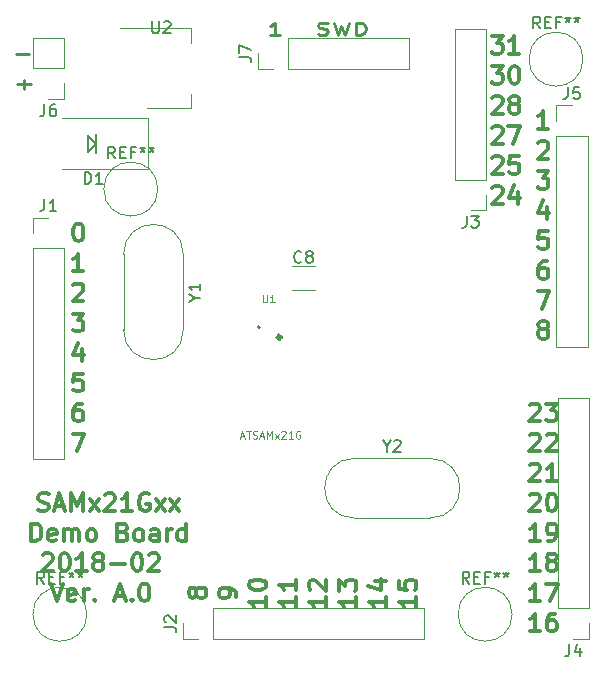
<source format=gto>
G04 #@! TF.FileFunction,Legend,Top*
%FSLAX46Y46*%
G04 Gerber Fmt 4.6, Leading zero omitted, Abs format (unit mm)*
G04 Created by KiCad (PCBNEW 4.0.6) date 02/19/18 18:11:23*
%MOMM*%
%LPD*%
G01*
G04 APERTURE LIST*
%ADD10C,0.100000*%
%ADD11C,0.200000*%
%ADD12C,0.300000*%
%ADD13C,0.250000*%
%ADD14C,0.120000*%
%ADD15C,0.170000*%
%ADD16C,0.400000*%
%ADD17C,0.150000*%
%ADD18C,0.050000*%
G04 APERTURE END LIST*
D10*
D11*
X117066060Y-70340220D02*
X117066060Y-71930260D01*
X117066060Y-71153020D02*
X116380260Y-70467220D01*
X116357400Y-71861680D02*
X117066060Y-71153020D01*
X116357400Y-70398640D02*
X116357400Y-71861680D01*
D12*
X112546430Y-105996429D02*
X112617859Y-105925000D01*
X112760716Y-105853571D01*
X113117859Y-105853571D01*
X113260716Y-105925000D01*
X113332145Y-105996429D01*
X113403573Y-106139286D01*
X113403573Y-106282143D01*
X113332145Y-106496429D01*
X112475002Y-107353571D01*
X113403573Y-107353571D01*
X114332144Y-105853571D02*
X114475001Y-105853571D01*
X114617858Y-105925000D01*
X114689287Y-105996429D01*
X114760716Y-106139286D01*
X114832144Y-106425000D01*
X114832144Y-106782143D01*
X114760716Y-107067857D01*
X114689287Y-107210714D01*
X114617858Y-107282143D01*
X114475001Y-107353571D01*
X114332144Y-107353571D01*
X114189287Y-107282143D01*
X114117858Y-107210714D01*
X114046430Y-107067857D01*
X113975001Y-106782143D01*
X113975001Y-106425000D01*
X114046430Y-106139286D01*
X114117858Y-105996429D01*
X114189287Y-105925000D01*
X114332144Y-105853571D01*
X116260715Y-107353571D02*
X115403572Y-107353571D01*
X115832144Y-107353571D02*
X115832144Y-105853571D01*
X115689287Y-106067857D01*
X115546429Y-106210714D01*
X115403572Y-106282143D01*
X117117858Y-106496429D02*
X116975000Y-106425000D01*
X116903572Y-106353571D01*
X116832143Y-106210714D01*
X116832143Y-106139286D01*
X116903572Y-105996429D01*
X116975000Y-105925000D01*
X117117858Y-105853571D01*
X117403572Y-105853571D01*
X117546429Y-105925000D01*
X117617858Y-105996429D01*
X117689286Y-106139286D01*
X117689286Y-106210714D01*
X117617858Y-106353571D01*
X117546429Y-106425000D01*
X117403572Y-106496429D01*
X117117858Y-106496429D01*
X116975000Y-106567857D01*
X116903572Y-106639286D01*
X116832143Y-106782143D01*
X116832143Y-107067857D01*
X116903572Y-107210714D01*
X116975000Y-107282143D01*
X117117858Y-107353571D01*
X117403572Y-107353571D01*
X117546429Y-107282143D01*
X117617858Y-107210714D01*
X117689286Y-107067857D01*
X117689286Y-106782143D01*
X117617858Y-106639286D01*
X117546429Y-106567857D01*
X117403572Y-106496429D01*
X118332143Y-106782143D02*
X119475000Y-106782143D01*
X120475000Y-105853571D02*
X120617857Y-105853571D01*
X120760714Y-105925000D01*
X120832143Y-105996429D01*
X120903572Y-106139286D01*
X120975000Y-106425000D01*
X120975000Y-106782143D01*
X120903572Y-107067857D01*
X120832143Y-107210714D01*
X120760714Y-107282143D01*
X120617857Y-107353571D01*
X120475000Y-107353571D01*
X120332143Y-107282143D01*
X120260714Y-107210714D01*
X120189286Y-107067857D01*
X120117857Y-106782143D01*
X120117857Y-106425000D01*
X120189286Y-106139286D01*
X120260714Y-105996429D01*
X120332143Y-105925000D01*
X120475000Y-105853571D01*
X121546428Y-105996429D02*
X121617857Y-105925000D01*
X121760714Y-105853571D01*
X122117857Y-105853571D01*
X122260714Y-105925000D01*
X122332143Y-105996429D01*
X122403571Y-106139286D01*
X122403571Y-106282143D01*
X122332143Y-106496429D01*
X121475000Y-107353571D01*
X122403571Y-107353571D01*
X113225001Y-108403571D02*
X113725001Y-109903571D01*
X114225001Y-108403571D01*
X115296429Y-109832143D02*
X115153572Y-109903571D01*
X114867858Y-109903571D01*
X114725001Y-109832143D01*
X114653572Y-109689286D01*
X114653572Y-109117857D01*
X114725001Y-108975000D01*
X114867858Y-108903571D01*
X115153572Y-108903571D01*
X115296429Y-108975000D01*
X115367858Y-109117857D01*
X115367858Y-109260714D01*
X114653572Y-109403571D01*
X116010715Y-109903571D02*
X116010715Y-108903571D01*
X116010715Y-109189286D02*
X116082143Y-109046429D01*
X116153572Y-108975000D01*
X116296429Y-108903571D01*
X116439286Y-108903571D01*
X116939286Y-109760714D02*
X117010714Y-109832143D01*
X116939286Y-109903571D01*
X116867857Y-109832143D01*
X116939286Y-109760714D01*
X116939286Y-109903571D01*
X118725000Y-109475000D02*
X119439286Y-109475000D01*
X118582143Y-109903571D02*
X119082143Y-108403571D01*
X119582143Y-109903571D01*
X120082143Y-109760714D02*
X120153571Y-109832143D01*
X120082143Y-109903571D01*
X120010714Y-109832143D01*
X120082143Y-109760714D01*
X120082143Y-109903571D01*
X121082143Y-108403571D02*
X121225000Y-108403571D01*
X121367857Y-108475000D01*
X121439286Y-108546429D01*
X121510715Y-108689286D01*
X121582143Y-108975000D01*
X121582143Y-109332143D01*
X121510715Y-109617857D01*
X121439286Y-109760714D01*
X121367857Y-109832143D01*
X121225000Y-109903571D01*
X121082143Y-109903571D01*
X120939286Y-109832143D01*
X120867857Y-109760714D01*
X120796429Y-109617857D01*
X120725000Y-109332143D01*
X120725000Y-108975000D01*
X120796429Y-108689286D01*
X120867857Y-108546429D01*
X120939286Y-108475000D01*
X121082143Y-108403571D01*
X150550715Y-62043571D02*
X151479286Y-62043571D01*
X150979286Y-62615000D01*
X151193572Y-62615000D01*
X151336429Y-62686429D01*
X151407858Y-62757857D01*
X151479286Y-62900714D01*
X151479286Y-63257857D01*
X151407858Y-63400714D01*
X151336429Y-63472143D01*
X151193572Y-63543571D01*
X150765000Y-63543571D01*
X150622143Y-63472143D01*
X150550715Y-63400714D01*
X152907857Y-63543571D02*
X152050714Y-63543571D01*
X152479286Y-63543571D02*
X152479286Y-62043571D01*
X152336429Y-62257857D01*
X152193571Y-62400714D01*
X152050714Y-62472143D01*
X150550715Y-64583571D02*
X151479286Y-64583571D01*
X150979286Y-65155000D01*
X151193572Y-65155000D01*
X151336429Y-65226429D01*
X151407858Y-65297857D01*
X151479286Y-65440714D01*
X151479286Y-65797857D01*
X151407858Y-65940714D01*
X151336429Y-66012143D01*
X151193572Y-66083571D01*
X150765000Y-66083571D01*
X150622143Y-66012143D01*
X150550715Y-65940714D01*
X152407857Y-64583571D02*
X152550714Y-64583571D01*
X152693571Y-64655000D01*
X152765000Y-64726429D01*
X152836429Y-64869286D01*
X152907857Y-65155000D01*
X152907857Y-65512143D01*
X152836429Y-65797857D01*
X152765000Y-65940714D01*
X152693571Y-66012143D01*
X152550714Y-66083571D01*
X152407857Y-66083571D01*
X152265000Y-66012143D01*
X152193571Y-65940714D01*
X152122143Y-65797857D01*
X152050714Y-65512143D01*
X152050714Y-65155000D01*
X152122143Y-64869286D01*
X152193571Y-64726429D01*
X152265000Y-64655000D01*
X152407857Y-64583571D01*
X150622143Y-67266429D02*
X150693572Y-67195000D01*
X150836429Y-67123571D01*
X151193572Y-67123571D01*
X151336429Y-67195000D01*
X151407858Y-67266429D01*
X151479286Y-67409286D01*
X151479286Y-67552143D01*
X151407858Y-67766429D01*
X150550715Y-68623571D01*
X151479286Y-68623571D01*
X152336429Y-67766429D02*
X152193571Y-67695000D01*
X152122143Y-67623571D01*
X152050714Y-67480714D01*
X152050714Y-67409286D01*
X152122143Y-67266429D01*
X152193571Y-67195000D01*
X152336429Y-67123571D01*
X152622143Y-67123571D01*
X152765000Y-67195000D01*
X152836429Y-67266429D01*
X152907857Y-67409286D01*
X152907857Y-67480714D01*
X152836429Y-67623571D01*
X152765000Y-67695000D01*
X152622143Y-67766429D01*
X152336429Y-67766429D01*
X152193571Y-67837857D01*
X152122143Y-67909286D01*
X152050714Y-68052143D01*
X152050714Y-68337857D01*
X152122143Y-68480714D01*
X152193571Y-68552143D01*
X152336429Y-68623571D01*
X152622143Y-68623571D01*
X152765000Y-68552143D01*
X152836429Y-68480714D01*
X152907857Y-68337857D01*
X152907857Y-68052143D01*
X152836429Y-67909286D01*
X152765000Y-67837857D01*
X152622143Y-67766429D01*
X150622143Y-69806429D02*
X150693572Y-69735000D01*
X150836429Y-69663571D01*
X151193572Y-69663571D01*
X151336429Y-69735000D01*
X151407858Y-69806429D01*
X151479286Y-69949286D01*
X151479286Y-70092143D01*
X151407858Y-70306429D01*
X150550715Y-71163571D01*
X151479286Y-71163571D01*
X151979286Y-69663571D02*
X152979286Y-69663571D01*
X152336429Y-71163571D01*
X150622143Y-72346429D02*
X150693572Y-72275000D01*
X150836429Y-72203571D01*
X151193572Y-72203571D01*
X151336429Y-72275000D01*
X151407858Y-72346429D01*
X151479286Y-72489286D01*
X151479286Y-72632143D01*
X151407858Y-72846429D01*
X150550715Y-73703571D01*
X151479286Y-73703571D01*
X152836429Y-72203571D02*
X152122143Y-72203571D01*
X152050714Y-72917857D01*
X152122143Y-72846429D01*
X152265000Y-72775000D01*
X152622143Y-72775000D01*
X152765000Y-72846429D01*
X152836429Y-72917857D01*
X152907857Y-73060714D01*
X152907857Y-73417857D01*
X152836429Y-73560714D01*
X152765000Y-73632143D01*
X152622143Y-73703571D01*
X152265000Y-73703571D01*
X152122143Y-73632143D01*
X152050714Y-73560714D01*
X150622143Y-74886429D02*
X150693572Y-74815000D01*
X150836429Y-74743571D01*
X151193572Y-74743571D01*
X151336429Y-74815000D01*
X151407858Y-74886429D01*
X151479286Y-75029286D01*
X151479286Y-75172143D01*
X151407858Y-75386429D01*
X150550715Y-76243571D01*
X151479286Y-76243571D01*
X152765000Y-75243571D02*
X152765000Y-76243571D01*
X152407857Y-74672143D02*
X152050714Y-75743571D01*
X152979286Y-75743571D01*
X112181429Y-102202143D02*
X112395715Y-102273571D01*
X112752858Y-102273571D01*
X112895715Y-102202143D01*
X112967144Y-102130714D01*
X113038572Y-101987857D01*
X113038572Y-101845000D01*
X112967144Y-101702143D01*
X112895715Y-101630714D01*
X112752858Y-101559286D01*
X112467144Y-101487857D01*
X112324286Y-101416429D01*
X112252858Y-101345000D01*
X112181429Y-101202143D01*
X112181429Y-101059286D01*
X112252858Y-100916429D01*
X112324286Y-100845000D01*
X112467144Y-100773571D01*
X112824286Y-100773571D01*
X113038572Y-100845000D01*
X113610000Y-101845000D02*
X114324286Y-101845000D01*
X113467143Y-102273571D02*
X113967143Y-100773571D01*
X114467143Y-102273571D01*
X114967143Y-102273571D02*
X114967143Y-100773571D01*
X115467143Y-101845000D01*
X115967143Y-100773571D01*
X115967143Y-102273571D01*
X116538572Y-102273571D02*
X117324286Y-101273571D01*
X116538572Y-101273571D02*
X117324286Y-102273571D01*
X117824286Y-100916429D02*
X117895715Y-100845000D01*
X118038572Y-100773571D01*
X118395715Y-100773571D01*
X118538572Y-100845000D01*
X118610001Y-100916429D01*
X118681429Y-101059286D01*
X118681429Y-101202143D01*
X118610001Y-101416429D01*
X117752858Y-102273571D01*
X118681429Y-102273571D01*
X120110000Y-102273571D02*
X119252857Y-102273571D01*
X119681429Y-102273571D02*
X119681429Y-100773571D01*
X119538572Y-100987857D01*
X119395714Y-101130714D01*
X119252857Y-101202143D01*
X121538571Y-100845000D02*
X121395714Y-100773571D01*
X121181428Y-100773571D01*
X120967143Y-100845000D01*
X120824285Y-100987857D01*
X120752857Y-101130714D01*
X120681428Y-101416429D01*
X120681428Y-101630714D01*
X120752857Y-101916429D01*
X120824285Y-102059286D01*
X120967143Y-102202143D01*
X121181428Y-102273571D01*
X121324285Y-102273571D01*
X121538571Y-102202143D01*
X121610000Y-102130714D01*
X121610000Y-101630714D01*
X121324285Y-101630714D01*
X122110000Y-102273571D02*
X122895714Y-101273571D01*
X122110000Y-101273571D02*
X122895714Y-102273571D01*
X123324286Y-102273571D02*
X124110000Y-101273571D01*
X123324286Y-101273571D02*
X124110000Y-102273571D01*
X111574286Y-104823571D02*
X111574286Y-103323571D01*
X111931429Y-103323571D01*
X112145714Y-103395000D01*
X112288572Y-103537857D01*
X112360000Y-103680714D01*
X112431429Y-103966429D01*
X112431429Y-104180714D01*
X112360000Y-104466429D01*
X112288572Y-104609286D01*
X112145714Y-104752143D01*
X111931429Y-104823571D01*
X111574286Y-104823571D01*
X113645714Y-104752143D02*
X113502857Y-104823571D01*
X113217143Y-104823571D01*
X113074286Y-104752143D01*
X113002857Y-104609286D01*
X113002857Y-104037857D01*
X113074286Y-103895000D01*
X113217143Y-103823571D01*
X113502857Y-103823571D01*
X113645714Y-103895000D01*
X113717143Y-104037857D01*
X113717143Y-104180714D01*
X113002857Y-104323571D01*
X114360000Y-104823571D02*
X114360000Y-103823571D01*
X114360000Y-103966429D02*
X114431428Y-103895000D01*
X114574286Y-103823571D01*
X114788571Y-103823571D01*
X114931428Y-103895000D01*
X115002857Y-104037857D01*
X115002857Y-104823571D01*
X115002857Y-104037857D02*
X115074286Y-103895000D01*
X115217143Y-103823571D01*
X115431428Y-103823571D01*
X115574286Y-103895000D01*
X115645714Y-104037857D01*
X115645714Y-104823571D01*
X116574286Y-104823571D02*
X116431428Y-104752143D01*
X116360000Y-104680714D01*
X116288571Y-104537857D01*
X116288571Y-104109286D01*
X116360000Y-103966429D01*
X116431428Y-103895000D01*
X116574286Y-103823571D01*
X116788571Y-103823571D01*
X116931428Y-103895000D01*
X117002857Y-103966429D01*
X117074286Y-104109286D01*
X117074286Y-104537857D01*
X117002857Y-104680714D01*
X116931428Y-104752143D01*
X116788571Y-104823571D01*
X116574286Y-104823571D01*
X119360000Y-104037857D02*
X119574286Y-104109286D01*
X119645714Y-104180714D01*
X119717143Y-104323571D01*
X119717143Y-104537857D01*
X119645714Y-104680714D01*
X119574286Y-104752143D01*
X119431428Y-104823571D01*
X118860000Y-104823571D01*
X118860000Y-103323571D01*
X119360000Y-103323571D01*
X119502857Y-103395000D01*
X119574286Y-103466429D01*
X119645714Y-103609286D01*
X119645714Y-103752143D01*
X119574286Y-103895000D01*
X119502857Y-103966429D01*
X119360000Y-104037857D01*
X118860000Y-104037857D01*
X120574286Y-104823571D02*
X120431428Y-104752143D01*
X120360000Y-104680714D01*
X120288571Y-104537857D01*
X120288571Y-104109286D01*
X120360000Y-103966429D01*
X120431428Y-103895000D01*
X120574286Y-103823571D01*
X120788571Y-103823571D01*
X120931428Y-103895000D01*
X121002857Y-103966429D01*
X121074286Y-104109286D01*
X121074286Y-104537857D01*
X121002857Y-104680714D01*
X120931428Y-104752143D01*
X120788571Y-104823571D01*
X120574286Y-104823571D01*
X122360000Y-104823571D02*
X122360000Y-104037857D01*
X122288571Y-103895000D01*
X122145714Y-103823571D01*
X121860000Y-103823571D01*
X121717143Y-103895000D01*
X122360000Y-104752143D02*
X122217143Y-104823571D01*
X121860000Y-104823571D01*
X121717143Y-104752143D01*
X121645714Y-104609286D01*
X121645714Y-104466429D01*
X121717143Y-104323571D01*
X121860000Y-104252143D01*
X122217143Y-104252143D01*
X122360000Y-104180714D01*
X123074286Y-104823571D02*
X123074286Y-103823571D01*
X123074286Y-104109286D02*
X123145714Y-103966429D01*
X123217143Y-103895000D01*
X123360000Y-103823571D01*
X123502857Y-103823571D01*
X124645714Y-104823571D02*
X124645714Y-103323571D01*
X124645714Y-104752143D02*
X124502857Y-104823571D01*
X124217143Y-104823571D01*
X124074285Y-104752143D01*
X124002857Y-104680714D01*
X123931428Y-104537857D01*
X123931428Y-104109286D01*
X124002857Y-103966429D01*
X124074285Y-103895000D01*
X124217143Y-103823571D01*
X124502857Y-103823571D01*
X124645714Y-103895000D01*
X155368572Y-69893571D02*
X154511429Y-69893571D01*
X154940001Y-69893571D02*
X154940001Y-68393571D01*
X154797144Y-68607857D01*
X154654286Y-68750714D01*
X154511429Y-68822143D01*
X154511429Y-71076429D02*
X154582858Y-71005000D01*
X154725715Y-70933571D01*
X155082858Y-70933571D01*
X155225715Y-71005000D01*
X155297144Y-71076429D01*
X155368572Y-71219286D01*
X155368572Y-71362143D01*
X155297144Y-71576429D01*
X154440001Y-72433571D01*
X155368572Y-72433571D01*
X154440001Y-73473571D02*
X155368572Y-73473571D01*
X154868572Y-74045000D01*
X155082858Y-74045000D01*
X155225715Y-74116429D01*
X155297144Y-74187857D01*
X155368572Y-74330714D01*
X155368572Y-74687857D01*
X155297144Y-74830714D01*
X155225715Y-74902143D01*
X155082858Y-74973571D01*
X154654286Y-74973571D01*
X154511429Y-74902143D01*
X154440001Y-74830714D01*
X155225715Y-76513571D02*
X155225715Y-77513571D01*
X154868572Y-75942143D02*
X154511429Y-77013571D01*
X155440001Y-77013571D01*
X155297144Y-78553571D02*
X154582858Y-78553571D01*
X154511429Y-79267857D01*
X154582858Y-79196429D01*
X154725715Y-79125000D01*
X155082858Y-79125000D01*
X155225715Y-79196429D01*
X155297144Y-79267857D01*
X155368572Y-79410714D01*
X155368572Y-79767857D01*
X155297144Y-79910714D01*
X155225715Y-79982143D01*
X155082858Y-80053571D01*
X154725715Y-80053571D01*
X154582858Y-79982143D01*
X154511429Y-79910714D01*
X155225715Y-81093571D02*
X154940001Y-81093571D01*
X154797144Y-81165000D01*
X154725715Y-81236429D01*
X154582858Y-81450714D01*
X154511429Y-81736429D01*
X154511429Y-82307857D01*
X154582858Y-82450714D01*
X154654286Y-82522143D01*
X154797144Y-82593571D01*
X155082858Y-82593571D01*
X155225715Y-82522143D01*
X155297144Y-82450714D01*
X155368572Y-82307857D01*
X155368572Y-81950714D01*
X155297144Y-81807857D01*
X155225715Y-81736429D01*
X155082858Y-81665000D01*
X154797144Y-81665000D01*
X154654286Y-81736429D01*
X154582858Y-81807857D01*
X154511429Y-81950714D01*
X154440001Y-83633571D02*
X155440001Y-83633571D01*
X154797144Y-85133571D01*
X115498572Y-77918571D02*
X115641429Y-77918571D01*
X115784286Y-77990000D01*
X115855715Y-78061429D01*
X115927144Y-78204286D01*
X115998572Y-78490000D01*
X115998572Y-78847143D01*
X115927144Y-79132857D01*
X115855715Y-79275714D01*
X115784286Y-79347143D01*
X115641429Y-79418571D01*
X115498572Y-79418571D01*
X115355715Y-79347143D01*
X115284286Y-79275714D01*
X115212858Y-79132857D01*
X115141429Y-78847143D01*
X115141429Y-78490000D01*
X115212858Y-78204286D01*
X115284286Y-78061429D01*
X115355715Y-77990000D01*
X115498572Y-77918571D01*
X115998572Y-81958571D02*
X115141429Y-81958571D01*
X115570001Y-81958571D02*
X115570001Y-80458571D01*
X115427144Y-80672857D01*
X115284286Y-80815714D01*
X115141429Y-80887143D01*
X115141429Y-83141429D02*
X115212858Y-83070000D01*
X115355715Y-82998571D01*
X115712858Y-82998571D01*
X115855715Y-83070000D01*
X115927144Y-83141429D01*
X115998572Y-83284286D01*
X115998572Y-83427143D01*
X115927144Y-83641429D01*
X115070001Y-84498571D01*
X115998572Y-84498571D01*
X115070001Y-85538571D02*
X115998572Y-85538571D01*
X115498572Y-86110000D01*
X115712858Y-86110000D01*
X115855715Y-86181429D01*
X115927144Y-86252857D01*
X115998572Y-86395714D01*
X115998572Y-86752857D01*
X115927144Y-86895714D01*
X115855715Y-86967143D01*
X115712858Y-87038571D01*
X115284286Y-87038571D01*
X115141429Y-86967143D01*
X115070001Y-86895714D01*
X115855715Y-88578571D02*
X115855715Y-89578571D01*
X115498572Y-88007143D02*
X115141429Y-89078571D01*
X116070001Y-89078571D01*
X115927144Y-90618571D02*
X115212858Y-90618571D01*
X115141429Y-91332857D01*
X115212858Y-91261429D01*
X115355715Y-91190000D01*
X115712858Y-91190000D01*
X115855715Y-91261429D01*
X115927144Y-91332857D01*
X115998572Y-91475714D01*
X115998572Y-91832857D01*
X115927144Y-91975714D01*
X115855715Y-92047143D01*
X115712858Y-92118571D01*
X115355715Y-92118571D01*
X115212858Y-92047143D01*
X115141429Y-91975714D01*
X115855715Y-93158571D02*
X115570001Y-93158571D01*
X115427144Y-93230000D01*
X115355715Y-93301429D01*
X115212858Y-93515714D01*
X115141429Y-93801429D01*
X115141429Y-94372857D01*
X115212858Y-94515714D01*
X115284286Y-94587143D01*
X115427144Y-94658571D01*
X115712858Y-94658571D01*
X115855715Y-94587143D01*
X115927144Y-94515714D01*
X115998572Y-94372857D01*
X115998572Y-94015714D01*
X115927144Y-93872857D01*
X115855715Y-93801429D01*
X115712858Y-93730000D01*
X115427144Y-93730000D01*
X115284286Y-93801429D01*
X115212858Y-93872857D01*
X115141429Y-94015714D01*
X115070001Y-95698571D02*
X116070001Y-95698571D01*
X115427144Y-97198571D01*
X144188571Y-109505714D02*
X144188571Y-110362857D01*
X144188571Y-109934285D02*
X142688571Y-109934285D01*
X142902857Y-110077142D01*
X143045714Y-110220000D01*
X143117143Y-110362857D01*
X142688571Y-108148571D02*
X142688571Y-108862857D01*
X143402857Y-108934286D01*
X143331429Y-108862857D01*
X143260000Y-108720000D01*
X143260000Y-108362857D01*
X143331429Y-108220000D01*
X143402857Y-108148571D01*
X143545714Y-108077143D01*
X143902857Y-108077143D01*
X144045714Y-108148571D01*
X144117143Y-108220000D01*
X144188571Y-108362857D01*
X144188571Y-108720000D01*
X144117143Y-108862857D01*
X144045714Y-108934286D01*
X141648571Y-109505714D02*
X141648571Y-110362857D01*
X141648571Y-109934285D02*
X140148571Y-109934285D01*
X140362857Y-110077142D01*
X140505714Y-110220000D01*
X140577143Y-110362857D01*
X140648571Y-108220000D02*
X141648571Y-108220000D01*
X140077143Y-108577143D02*
X141148571Y-108934286D01*
X141148571Y-108005714D01*
X139108571Y-109505714D02*
X139108571Y-110362857D01*
X139108571Y-109934285D02*
X137608571Y-109934285D01*
X137822857Y-110077142D01*
X137965714Y-110220000D01*
X138037143Y-110362857D01*
X137608571Y-109005714D02*
X137608571Y-108077143D01*
X138180000Y-108577143D01*
X138180000Y-108362857D01*
X138251429Y-108220000D01*
X138322857Y-108148571D01*
X138465714Y-108077143D01*
X138822857Y-108077143D01*
X138965714Y-108148571D01*
X139037143Y-108220000D01*
X139108571Y-108362857D01*
X139108571Y-108791429D01*
X139037143Y-108934286D01*
X138965714Y-109005714D01*
X136568571Y-109505714D02*
X136568571Y-110362857D01*
X136568571Y-109934285D02*
X135068571Y-109934285D01*
X135282857Y-110077142D01*
X135425714Y-110220000D01*
X135497143Y-110362857D01*
X135211429Y-108934286D02*
X135140000Y-108862857D01*
X135068571Y-108720000D01*
X135068571Y-108362857D01*
X135140000Y-108220000D01*
X135211429Y-108148571D01*
X135354286Y-108077143D01*
X135497143Y-108077143D01*
X135711429Y-108148571D01*
X136568571Y-109005714D01*
X136568571Y-108077143D01*
X134028571Y-109505714D02*
X134028571Y-110362857D01*
X134028571Y-109934285D02*
X132528571Y-109934285D01*
X132742857Y-110077142D01*
X132885714Y-110220000D01*
X132957143Y-110362857D01*
X134028571Y-108077143D02*
X134028571Y-108934286D01*
X134028571Y-108505714D02*
X132528571Y-108505714D01*
X132742857Y-108648571D01*
X132885714Y-108791429D01*
X132957143Y-108934286D01*
X131488571Y-109505714D02*
X131488571Y-110362857D01*
X131488571Y-109934285D02*
X129988571Y-109934285D01*
X130202857Y-110077142D01*
X130345714Y-110220000D01*
X130417143Y-110362857D01*
X129988571Y-108577143D02*
X129988571Y-108434286D01*
X130060000Y-108291429D01*
X130131429Y-108220000D01*
X130274286Y-108148571D01*
X130560000Y-108077143D01*
X130917143Y-108077143D01*
X131202857Y-108148571D01*
X131345714Y-108220000D01*
X131417143Y-108291429D01*
X131488571Y-108434286D01*
X131488571Y-108577143D01*
X131417143Y-108720000D01*
X131345714Y-108791429D01*
X131202857Y-108862857D01*
X130917143Y-108934286D01*
X130560000Y-108934286D01*
X130274286Y-108862857D01*
X130131429Y-108791429D01*
X130060000Y-108720000D01*
X129988571Y-108577143D01*
X128948571Y-109505714D02*
X128948571Y-109219999D01*
X128877143Y-109077142D01*
X128805714Y-109005714D01*
X128591429Y-108862856D01*
X128305714Y-108791428D01*
X127734286Y-108791428D01*
X127591429Y-108862856D01*
X127520000Y-108934285D01*
X127448571Y-109077142D01*
X127448571Y-109362856D01*
X127520000Y-109505714D01*
X127591429Y-109577142D01*
X127734286Y-109648571D01*
X128091429Y-109648571D01*
X128234286Y-109577142D01*
X128305714Y-109505714D01*
X128377143Y-109362856D01*
X128377143Y-109077142D01*
X128305714Y-108934285D01*
X128234286Y-108862856D01*
X128091429Y-108791428D01*
X125551429Y-109312056D02*
X125480000Y-109454914D01*
X125408571Y-109526342D01*
X125265714Y-109597771D01*
X125194286Y-109597771D01*
X125051429Y-109526342D01*
X124980000Y-109454914D01*
X124908571Y-109312056D01*
X124908571Y-109026342D01*
X124980000Y-108883485D01*
X125051429Y-108812056D01*
X125194286Y-108740628D01*
X125265714Y-108740628D01*
X125408571Y-108812056D01*
X125480000Y-108883485D01*
X125551429Y-109026342D01*
X125551429Y-109312056D01*
X125622857Y-109454914D01*
X125694286Y-109526342D01*
X125837143Y-109597771D01*
X126122857Y-109597771D01*
X126265714Y-109526342D01*
X126337143Y-109454914D01*
X126408571Y-109312056D01*
X126408571Y-109026342D01*
X126337143Y-108883485D01*
X126265714Y-108812056D01*
X126122857Y-108740628D01*
X125837143Y-108740628D01*
X125694286Y-108812056D01*
X125622857Y-108883485D01*
X125551429Y-109026342D01*
D13*
X110274172Y-63571429D02*
X111417029Y-63571429D01*
X110375772Y-66111429D02*
X111518629Y-66111429D01*
X110947200Y-66492381D02*
X110947200Y-65730476D01*
X132610172Y-61920381D02*
X131753029Y-61920381D01*
X132181601Y-61920381D02*
X132181601Y-60920381D01*
X132038744Y-61063238D01*
X131895886Y-61158476D01*
X131753029Y-61206095D01*
X135835486Y-61872762D02*
X136049772Y-61920381D01*
X136406915Y-61920381D01*
X136549772Y-61872762D01*
X136621201Y-61825143D01*
X136692629Y-61729905D01*
X136692629Y-61634667D01*
X136621201Y-61539429D01*
X136549772Y-61491810D01*
X136406915Y-61444190D01*
X136121201Y-61396571D01*
X135978343Y-61348952D01*
X135906915Y-61301333D01*
X135835486Y-61206095D01*
X135835486Y-61110857D01*
X135906915Y-61015619D01*
X135978343Y-60968000D01*
X136121201Y-60920381D01*
X136478343Y-60920381D01*
X136692629Y-60968000D01*
X137192629Y-60920381D02*
X137549772Y-61920381D01*
X137835486Y-61206095D01*
X138121200Y-61920381D01*
X138478343Y-60920381D01*
X139049772Y-61920381D02*
X139049772Y-60920381D01*
X139406915Y-60920381D01*
X139621200Y-60968000D01*
X139764058Y-61063238D01*
X139835486Y-61158476D01*
X139906915Y-61348952D01*
X139906915Y-61491810D01*
X139835486Y-61682286D01*
X139764058Y-61777524D01*
X139621200Y-61872762D01*
X139406915Y-61920381D01*
X139049772Y-61920381D01*
D12*
X154797144Y-86816429D02*
X154654286Y-86745000D01*
X154582858Y-86673571D01*
X154511429Y-86530714D01*
X154511429Y-86459286D01*
X154582858Y-86316429D01*
X154654286Y-86245000D01*
X154797144Y-86173571D01*
X155082858Y-86173571D01*
X155225715Y-86245000D01*
X155297144Y-86316429D01*
X155368572Y-86459286D01*
X155368572Y-86530714D01*
X155297144Y-86673571D01*
X155225715Y-86745000D01*
X155082858Y-86816429D01*
X154797144Y-86816429D01*
X154654286Y-86887857D01*
X154582858Y-86959286D01*
X154511429Y-87102143D01*
X154511429Y-87387857D01*
X154582858Y-87530714D01*
X154654286Y-87602143D01*
X154797144Y-87673571D01*
X155082858Y-87673571D01*
X155225715Y-87602143D01*
X155297144Y-87530714D01*
X155368572Y-87387857D01*
X155368572Y-87102143D01*
X155297144Y-86959286D01*
X155225715Y-86887857D01*
X155082858Y-86816429D01*
X153797143Y-93301429D02*
X153868572Y-93230000D01*
X154011429Y-93158571D01*
X154368572Y-93158571D01*
X154511429Y-93230000D01*
X154582858Y-93301429D01*
X154654286Y-93444286D01*
X154654286Y-93587143D01*
X154582858Y-93801429D01*
X153725715Y-94658571D01*
X154654286Y-94658571D01*
X155154286Y-93158571D02*
X156082857Y-93158571D01*
X155582857Y-93730000D01*
X155797143Y-93730000D01*
X155940000Y-93801429D01*
X156011429Y-93872857D01*
X156082857Y-94015714D01*
X156082857Y-94372857D01*
X156011429Y-94515714D01*
X155940000Y-94587143D01*
X155797143Y-94658571D01*
X155368571Y-94658571D01*
X155225714Y-94587143D01*
X155154286Y-94515714D01*
X153797143Y-95841429D02*
X153868572Y-95770000D01*
X154011429Y-95698571D01*
X154368572Y-95698571D01*
X154511429Y-95770000D01*
X154582858Y-95841429D01*
X154654286Y-95984286D01*
X154654286Y-96127143D01*
X154582858Y-96341429D01*
X153725715Y-97198571D01*
X154654286Y-97198571D01*
X155225714Y-95841429D02*
X155297143Y-95770000D01*
X155440000Y-95698571D01*
X155797143Y-95698571D01*
X155940000Y-95770000D01*
X156011429Y-95841429D01*
X156082857Y-95984286D01*
X156082857Y-96127143D01*
X156011429Y-96341429D01*
X155154286Y-97198571D01*
X156082857Y-97198571D01*
X153797143Y-98381429D02*
X153868572Y-98310000D01*
X154011429Y-98238571D01*
X154368572Y-98238571D01*
X154511429Y-98310000D01*
X154582858Y-98381429D01*
X154654286Y-98524286D01*
X154654286Y-98667143D01*
X154582858Y-98881429D01*
X153725715Y-99738571D01*
X154654286Y-99738571D01*
X156082857Y-99738571D02*
X155225714Y-99738571D01*
X155654286Y-99738571D02*
X155654286Y-98238571D01*
X155511429Y-98452857D01*
X155368571Y-98595714D01*
X155225714Y-98667143D01*
X153797143Y-100921429D02*
X153868572Y-100850000D01*
X154011429Y-100778571D01*
X154368572Y-100778571D01*
X154511429Y-100850000D01*
X154582858Y-100921429D01*
X154654286Y-101064286D01*
X154654286Y-101207143D01*
X154582858Y-101421429D01*
X153725715Y-102278571D01*
X154654286Y-102278571D01*
X155582857Y-100778571D02*
X155725714Y-100778571D01*
X155868571Y-100850000D01*
X155940000Y-100921429D01*
X156011429Y-101064286D01*
X156082857Y-101350000D01*
X156082857Y-101707143D01*
X156011429Y-101992857D01*
X155940000Y-102135714D01*
X155868571Y-102207143D01*
X155725714Y-102278571D01*
X155582857Y-102278571D01*
X155440000Y-102207143D01*
X155368571Y-102135714D01*
X155297143Y-101992857D01*
X155225714Y-101707143D01*
X155225714Y-101350000D01*
X155297143Y-101064286D01*
X155368571Y-100921429D01*
X155440000Y-100850000D01*
X155582857Y-100778571D01*
X154654286Y-104818571D02*
X153797143Y-104818571D01*
X154225715Y-104818571D02*
X154225715Y-103318571D01*
X154082858Y-103532857D01*
X153940000Y-103675714D01*
X153797143Y-103747143D01*
X155368571Y-104818571D02*
X155654286Y-104818571D01*
X155797143Y-104747143D01*
X155868571Y-104675714D01*
X156011429Y-104461429D01*
X156082857Y-104175714D01*
X156082857Y-103604286D01*
X156011429Y-103461429D01*
X155940000Y-103390000D01*
X155797143Y-103318571D01*
X155511429Y-103318571D01*
X155368571Y-103390000D01*
X155297143Y-103461429D01*
X155225714Y-103604286D01*
X155225714Y-103961429D01*
X155297143Y-104104286D01*
X155368571Y-104175714D01*
X155511429Y-104247143D01*
X155797143Y-104247143D01*
X155940000Y-104175714D01*
X156011429Y-104104286D01*
X156082857Y-103961429D01*
X154654286Y-107358571D02*
X153797143Y-107358571D01*
X154225715Y-107358571D02*
X154225715Y-105858571D01*
X154082858Y-106072857D01*
X153940000Y-106215714D01*
X153797143Y-106287143D01*
X155511429Y-106501429D02*
X155368571Y-106430000D01*
X155297143Y-106358571D01*
X155225714Y-106215714D01*
X155225714Y-106144286D01*
X155297143Y-106001429D01*
X155368571Y-105930000D01*
X155511429Y-105858571D01*
X155797143Y-105858571D01*
X155940000Y-105930000D01*
X156011429Y-106001429D01*
X156082857Y-106144286D01*
X156082857Y-106215714D01*
X156011429Y-106358571D01*
X155940000Y-106430000D01*
X155797143Y-106501429D01*
X155511429Y-106501429D01*
X155368571Y-106572857D01*
X155297143Y-106644286D01*
X155225714Y-106787143D01*
X155225714Y-107072857D01*
X155297143Y-107215714D01*
X155368571Y-107287143D01*
X155511429Y-107358571D01*
X155797143Y-107358571D01*
X155940000Y-107287143D01*
X156011429Y-107215714D01*
X156082857Y-107072857D01*
X156082857Y-106787143D01*
X156011429Y-106644286D01*
X155940000Y-106572857D01*
X155797143Y-106501429D01*
X154654286Y-109898571D02*
X153797143Y-109898571D01*
X154225715Y-109898571D02*
X154225715Y-108398571D01*
X154082858Y-108612857D01*
X153940000Y-108755714D01*
X153797143Y-108827143D01*
X155154286Y-108398571D02*
X156154286Y-108398571D01*
X155511429Y-109898571D01*
X154654286Y-112438571D02*
X153797143Y-112438571D01*
X154225715Y-112438571D02*
X154225715Y-110938571D01*
X154082858Y-111152857D01*
X153940000Y-111295714D01*
X153797143Y-111367143D01*
X155940000Y-110938571D02*
X155654286Y-110938571D01*
X155511429Y-111010000D01*
X155440000Y-111081429D01*
X155297143Y-111295714D01*
X155225714Y-111581429D01*
X155225714Y-112152857D01*
X155297143Y-112295714D01*
X155368571Y-112367143D01*
X155511429Y-112438571D01*
X155797143Y-112438571D01*
X155940000Y-112367143D01*
X156011429Y-112295714D01*
X156082857Y-112152857D01*
X156082857Y-111795714D01*
X156011429Y-111652857D01*
X155940000Y-111581429D01*
X155797143Y-111510000D01*
X155511429Y-111510000D01*
X155368571Y-111581429D01*
X155297143Y-111652857D01*
X155225714Y-111795714D01*
D14*
X158286000Y-64000000D02*
G75*
G03X158286000Y-64000000I-2286000J0D01*
G01*
X121440000Y-73270000D02*
X121440000Y-68970000D01*
X121440000Y-68970000D02*
X114140000Y-68970000D01*
X121440000Y-73270000D02*
X114140000Y-73270000D01*
X125100000Y-68180000D02*
X125100000Y-66920000D01*
X125100000Y-61360000D02*
X125100000Y-62620000D01*
X121340000Y-68180000D02*
X125100000Y-68180000D01*
X119090000Y-61360000D02*
X125100000Y-61360000D01*
X135620000Y-81530000D02*
X133620000Y-81530000D01*
X133620000Y-83570000D02*
X135620000Y-83570000D01*
X114360000Y-62170000D02*
X111700000Y-62170000D01*
X114360000Y-64770000D02*
X114360000Y-62170000D01*
X111700000Y-64770000D02*
X111700000Y-62170000D01*
X114360000Y-64770000D02*
X111700000Y-64770000D01*
X114360000Y-66040000D02*
X114360000Y-67370000D01*
X114360000Y-67370000D02*
X113030000Y-67370000D01*
D15*
X130930000Y-86717000D02*
G75*
G03X130930000Y-86717000I-100000J0D01*
G01*
D16*
X132684000Y-87542000D02*
G75*
G03X132684000Y-87542000I-127000J0D01*
G01*
D14*
X124445000Y-80520000D02*
X124445000Y-86920000D01*
X119395000Y-80520000D02*
X119395000Y-86920000D01*
X119395000Y-80520000D02*
G75*
G02X124445000Y-80520000I2525000J0D01*
G01*
X119395000Y-86920000D02*
G75*
G03X124445000Y-86920000I2525000J0D01*
G01*
X138940000Y-97805000D02*
X145340000Y-97805000D01*
X138940000Y-102855000D02*
X145340000Y-102855000D01*
X138940000Y-102855000D02*
G75*
G02X138940000Y-97805000I0J2525000D01*
G01*
X145340000Y-102855000D02*
G75*
G03X145340000Y-97805000I0J2525000D01*
G01*
X111700000Y-97850000D02*
X114360000Y-97850000D01*
X111700000Y-80010000D02*
X111700000Y-97850000D01*
X114360000Y-80010000D02*
X114360000Y-97850000D01*
X111700000Y-80010000D02*
X114360000Y-80010000D01*
X111700000Y-78740000D02*
X111700000Y-77410000D01*
X111700000Y-77410000D02*
X113030000Y-77410000D01*
X144840000Y-113090000D02*
X144840000Y-110430000D01*
X127000000Y-113090000D02*
X144840000Y-113090000D01*
X127000000Y-110430000D02*
X144840000Y-110430000D01*
X127000000Y-113090000D02*
X127000000Y-110430000D01*
X125730000Y-113090000D02*
X124400000Y-113090000D01*
X124400000Y-113090000D02*
X124400000Y-111760000D01*
X150110500Y-61446100D02*
X147450500Y-61446100D01*
X150110500Y-74206100D02*
X150110500Y-61446100D01*
X147450500Y-74206100D02*
X147450500Y-61446100D01*
X150110500Y-74206100D02*
X147450500Y-74206100D01*
X150110500Y-75476100D02*
X150110500Y-76806100D01*
X150110500Y-76806100D02*
X148780500Y-76806100D01*
X158810000Y-92650000D02*
X156150000Y-92650000D01*
X158810000Y-110490000D02*
X158810000Y-92650000D01*
X156150000Y-110490000D02*
X156150000Y-92650000D01*
X158810000Y-110490000D02*
X156150000Y-110490000D01*
X158810000Y-111760000D02*
X158810000Y-113090000D01*
X158810000Y-113090000D02*
X157480000Y-113090000D01*
X156023000Y-88363100D02*
X158683000Y-88363100D01*
X156023000Y-70523100D02*
X156023000Y-88363100D01*
X158683000Y-70523100D02*
X158683000Y-88363100D01*
X156023000Y-70523100D02*
X158683000Y-70523100D01*
X156023000Y-69253100D02*
X156023000Y-67923100D01*
X156023000Y-67923100D02*
X157353000Y-67923100D01*
X143570000Y-64830000D02*
X143570000Y-62170000D01*
X133350000Y-64830000D02*
X143570000Y-64830000D01*
X133350000Y-62170000D02*
X143570000Y-62170000D01*
X133350000Y-64830000D02*
X133350000Y-62170000D01*
X132080000Y-64830000D02*
X130750000Y-64830000D01*
X130750000Y-64830000D02*
X130750000Y-63500000D01*
X116286000Y-111000000D02*
G75*
G03X116286000Y-111000000I-2286000J0D01*
G01*
X152286000Y-111000000D02*
G75*
G03X152286000Y-111000000I-2286000J0D01*
G01*
X122286000Y-75000000D02*
G75*
G03X122286000Y-75000000I-2286000J0D01*
G01*
D17*
X154666667Y-61404381D02*
X154333333Y-60928190D01*
X154095238Y-61404381D02*
X154095238Y-60404381D01*
X154476191Y-60404381D01*
X154571429Y-60452000D01*
X154619048Y-60499619D01*
X154666667Y-60594857D01*
X154666667Y-60737714D01*
X154619048Y-60832952D01*
X154571429Y-60880571D01*
X154476191Y-60928190D01*
X154095238Y-60928190D01*
X155095238Y-60880571D02*
X155428572Y-60880571D01*
X155571429Y-61404381D02*
X155095238Y-61404381D01*
X155095238Y-60404381D01*
X155571429Y-60404381D01*
X156333334Y-60880571D02*
X156000000Y-60880571D01*
X156000000Y-61404381D02*
X156000000Y-60404381D01*
X156476191Y-60404381D01*
X157000000Y-60404381D02*
X157000000Y-60642476D01*
X156761905Y-60547238D02*
X157000000Y-60642476D01*
X157238096Y-60547238D01*
X156857143Y-60832952D02*
X157000000Y-60642476D01*
X157142858Y-60832952D01*
X157761905Y-60404381D02*
X157761905Y-60642476D01*
X157523810Y-60547238D02*
X157761905Y-60642476D01*
X158000001Y-60547238D01*
X157619048Y-60832952D02*
X157761905Y-60642476D01*
X157904763Y-60832952D01*
X116101905Y-74572381D02*
X116101905Y-73572381D01*
X116340000Y-73572381D01*
X116482858Y-73620000D01*
X116578096Y-73715238D01*
X116625715Y-73810476D01*
X116673334Y-74000952D01*
X116673334Y-74143810D01*
X116625715Y-74334286D01*
X116578096Y-74429524D01*
X116482858Y-74524762D01*
X116340000Y-74572381D01*
X116101905Y-74572381D01*
X117625715Y-74572381D02*
X117054286Y-74572381D01*
X117340000Y-74572381D02*
X117340000Y-73572381D01*
X117244762Y-73715238D01*
X117149524Y-73810476D01*
X117054286Y-73858095D01*
X121803255Y-60798461D02*
X121803255Y-61607985D01*
X121850874Y-61703223D01*
X121898493Y-61750842D01*
X121993731Y-61798461D01*
X122184208Y-61798461D01*
X122279446Y-61750842D01*
X122327065Y-61703223D01*
X122374684Y-61607985D01*
X122374684Y-60798461D01*
X122803255Y-60893699D02*
X122850874Y-60846080D01*
X122946112Y-60798461D01*
X123184208Y-60798461D01*
X123279446Y-60846080D01*
X123327065Y-60893699D01*
X123374684Y-60988937D01*
X123374684Y-61084175D01*
X123327065Y-61227032D01*
X122755636Y-61798461D01*
X123374684Y-61798461D01*
X134453334Y-81157143D02*
X134405715Y-81204762D01*
X134262858Y-81252381D01*
X134167620Y-81252381D01*
X134024762Y-81204762D01*
X133929524Y-81109524D01*
X133881905Y-81014286D01*
X133834286Y-80823810D01*
X133834286Y-80680952D01*
X133881905Y-80490476D01*
X133929524Y-80395238D01*
X134024762Y-80300000D01*
X134167620Y-80252381D01*
X134262858Y-80252381D01*
X134405715Y-80300000D01*
X134453334Y-80347619D01*
X135024762Y-80680952D02*
X134929524Y-80633333D01*
X134881905Y-80585714D01*
X134834286Y-80490476D01*
X134834286Y-80442857D01*
X134881905Y-80347619D01*
X134929524Y-80300000D01*
X135024762Y-80252381D01*
X135215239Y-80252381D01*
X135310477Y-80300000D01*
X135358096Y-80347619D01*
X135405715Y-80442857D01*
X135405715Y-80490476D01*
X135358096Y-80585714D01*
X135310477Y-80633333D01*
X135215239Y-80680952D01*
X135024762Y-80680952D01*
X134929524Y-80728571D01*
X134881905Y-80776190D01*
X134834286Y-80871429D01*
X134834286Y-81061905D01*
X134881905Y-81157143D01*
X134929524Y-81204762D01*
X135024762Y-81252381D01*
X135215239Y-81252381D01*
X135310477Y-81204762D01*
X135358096Y-81157143D01*
X135405715Y-81061905D01*
X135405715Y-80871429D01*
X135358096Y-80776190D01*
X135310477Y-80728571D01*
X135215239Y-80680952D01*
X112696667Y-67822381D02*
X112696667Y-68536667D01*
X112649047Y-68679524D01*
X112553809Y-68774762D01*
X112410952Y-68822381D01*
X112315714Y-68822381D01*
X113601429Y-67822381D02*
X113410952Y-67822381D01*
X113315714Y-67870000D01*
X113268095Y-67917619D01*
X113172857Y-68060476D01*
X113125238Y-68250952D01*
X113125238Y-68631905D01*
X113172857Y-68727143D01*
X113220476Y-68774762D01*
X113315714Y-68822381D01*
X113506191Y-68822381D01*
X113601429Y-68774762D01*
X113649048Y-68727143D01*
X113696667Y-68631905D01*
X113696667Y-68393810D01*
X113649048Y-68298571D01*
X113601429Y-68250952D01*
X113506191Y-68203333D01*
X113315714Y-68203333D01*
X113220476Y-68250952D01*
X113172857Y-68298571D01*
X113125238Y-68393810D01*
D18*
X131172003Y-83953532D02*
X131172003Y-84472709D01*
X131202543Y-84533789D01*
X131233083Y-84564328D01*
X131294162Y-84594868D01*
X131416322Y-84594868D01*
X131477401Y-84564328D01*
X131507941Y-84533789D01*
X131538481Y-84472709D01*
X131538481Y-83953532D01*
X132179817Y-84594868D02*
X131813339Y-84594868D01*
X131996578Y-84594868D02*
X131996578Y-83953532D01*
X131935498Y-84045152D01*
X131874419Y-84106231D01*
X131813339Y-84136771D01*
X129302311Y-95946965D02*
X129607725Y-95946965D01*
X129241228Y-96130214D02*
X129455018Y-95488844D01*
X129668808Y-96130214D01*
X129790974Y-95488844D02*
X130157471Y-95488844D01*
X129974222Y-96130214D02*
X129974222Y-95488844D01*
X130340720Y-96099672D02*
X130432344Y-96130214D01*
X130585051Y-96130214D01*
X130646134Y-96099672D01*
X130676675Y-96069131D01*
X130707217Y-96008048D01*
X130707217Y-95946965D01*
X130676675Y-95885882D01*
X130646134Y-95855341D01*
X130585051Y-95824799D01*
X130462885Y-95794258D01*
X130401803Y-95763716D01*
X130371261Y-95733175D01*
X130340720Y-95672092D01*
X130340720Y-95611009D01*
X130371261Y-95549926D01*
X130401803Y-95519385D01*
X130462885Y-95488844D01*
X130615593Y-95488844D01*
X130707217Y-95519385D01*
X130951549Y-95946965D02*
X131256963Y-95946965D01*
X130890466Y-96130214D02*
X131104256Y-95488844D01*
X131318046Y-96130214D01*
X131531836Y-96130214D02*
X131531836Y-95488844D01*
X131745626Y-95946965D01*
X131959416Y-95488844D01*
X131959416Y-96130214D01*
X132203747Y-96130214D02*
X132539703Y-95702634D01*
X132203747Y-95702634D02*
X132539703Y-96130214D01*
X132753493Y-95549926D02*
X132784034Y-95519385D01*
X132845117Y-95488844D01*
X132997824Y-95488844D01*
X133058907Y-95519385D01*
X133089448Y-95549926D01*
X133119990Y-95611009D01*
X133119990Y-95672092D01*
X133089448Y-95763716D01*
X132722951Y-96130214D01*
X133119990Y-96130214D01*
X133730819Y-96130214D02*
X133364322Y-96130214D01*
X133547570Y-96130214D02*
X133547570Y-95488844D01*
X133486487Y-95580468D01*
X133425405Y-95641551D01*
X133364322Y-95672092D01*
X134341648Y-95519385D02*
X134280565Y-95488844D01*
X134188941Y-95488844D01*
X134097316Y-95519385D01*
X134036234Y-95580468D01*
X134005692Y-95641551D01*
X133975151Y-95763716D01*
X133975151Y-95855341D01*
X134005692Y-95977506D01*
X134036234Y-96038589D01*
X134097316Y-96099672D01*
X134188941Y-96130214D01*
X134250024Y-96130214D01*
X134341648Y-96099672D01*
X134372189Y-96069131D01*
X134372189Y-95855341D01*
X134250024Y-95855341D01*
D17*
X125421190Y-84196191D02*
X125897381Y-84196191D01*
X124897381Y-84529524D02*
X125421190Y-84196191D01*
X124897381Y-83862857D01*
X125897381Y-83005714D02*
X125897381Y-83577143D01*
X125897381Y-83291429D02*
X124897381Y-83291429D01*
X125040238Y-83386667D01*
X125135476Y-83481905D01*
X125183095Y-83577143D01*
X141663809Y-96781190D02*
X141663809Y-97257381D01*
X141330476Y-96257381D02*
X141663809Y-96781190D01*
X141997143Y-96257381D01*
X142282857Y-96352619D02*
X142330476Y-96305000D01*
X142425714Y-96257381D01*
X142663810Y-96257381D01*
X142759048Y-96305000D01*
X142806667Y-96352619D01*
X142854286Y-96447857D01*
X142854286Y-96543095D01*
X142806667Y-96685952D01*
X142235238Y-97257381D01*
X142854286Y-97257381D01*
X112696667Y-75862381D02*
X112696667Y-76576667D01*
X112649047Y-76719524D01*
X112553809Y-76814762D01*
X112410952Y-76862381D01*
X112315714Y-76862381D01*
X113696667Y-76862381D02*
X113125238Y-76862381D01*
X113410952Y-76862381D02*
X113410952Y-75862381D01*
X113315714Y-76005238D01*
X113220476Y-76100476D01*
X113125238Y-76148095D01*
X122852381Y-112093333D02*
X123566667Y-112093333D01*
X123709524Y-112140953D01*
X123804762Y-112236191D01*
X123852381Y-112379048D01*
X123852381Y-112474286D01*
X122947619Y-111664762D02*
X122900000Y-111617143D01*
X122852381Y-111521905D01*
X122852381Y-111283809D01*
X122900000Y-111188571D01*
X122947619Y-111140952D01*
X123042857Y-111093333D01*
X123138095Y-111093333D01*
X123280952Y-111140952D01*
X123852381Y-111712381D01*
X123852381Y-111093333D01*
X148447167Y-77258481D02*
X148447167Y-77972767D01*
X148399547Y-78115624D01*
X148304309Y-78210862D01*
X148161452Y-78258481D01*
X148066214Y-78258481D01*
X148828119Y-77258481D02*
X149447167Y-77258481D01*
X149113833Y-77639433D01*
X149256691Y-77639433D01*
X149351929Y-77687052D01*
X149399548Y-77734671D01*
X149447167Y-77829910D01*
X149447167Y-78068005D01*
X149399548Y-78163243D01*
X149351929Y-78210862D01*
X149256691Y-78258481D01*
X148970976Y-78258481D01*
X148875738Y-78210862D01*
X148828119Y-78163243D01*
X157146667Y-113542381D02*
X157146667Y-114256667D01*
X157099047Y-114399524D01*
X157003809Y-114494762D01*
X156860952Y-114542381D01*
X156765714Y-114542381D01*
X158051429Y-113875714D02*
X158051429Y-114542381D01*
X157813333Y-113494762D02*
X157575238Y-114209048D01*
X158194286Y-114209048D01*
X157019667Y-66375481D02*
X157019667Y-67089767D01*
X156972047Y-67232624D01*
X156876809Y-67327862D01*
X156733952Y-67375481D01*
X156638714Y-67375481D01*
X157972048Y-66375481D02*
X157495857Y-66375481D01*
X157448238Y-66851671D01*
X157495857Y-66804052D01*
X157591095Y-66756433D01*
X157829191Y-66756433D01*
X157924429Y-66804052D01*
X157972048Y-66851671D01*
X158019667Y-66946910D01*
X158019667Y-67185005D01*
X157972048Y-67280243D01*
X157924429Y-67327862D01*
X157829191Y-67375481D01*
X157591095Y-67375481D01*
X157495857Y-67327862D01*
X157448238Y-67280243D01*
X129202381Y-63833333D02*
X129916667Y-63833333D01*
X130059524Y-63880953D01*
X130154762Y-63976191D01*
X130202381Y-64119048D01*
X130202381Y-64214286D01*
X129202381Y-63452381D02*
X129202381Y-62785714D01*
X130202381Y-63214286D01*
X112666667Y-108404381D02*
X112333333Y-107928190D01*
X112095238Y-108404381D02*
X112095238Y-107404381D01*
X112476191Y-107404381D01*
X112571429Y-107452000D01*
X112619048Y-107499619D01*
X112666667Y-107594857D01*
X112666667Y-107737714D01*
X112619048Y-107832952D01*
X112571429Y-107880571D01*
X112476191Y-107928190D01*
X112095238Y-107928190D01*
X113095238Y-107880571D02*
X113428572Y-107880571D01*
X113571429Y-108404381D02*
X113095238Y-108404381D01*
X113095238Y-107404381D01*
X113571429Y-107404381D01*
X114333334Y-107880571D02*
X114000000Y-107880571D01*
X114000000Y-108404381D02*
X114000000Y-107404381D01*
X114476191Y-107404381D01*
X115000000Y-107404381D02*
X115000000Y-107642476D01*
X114761905Y-107547238D02*
X115000000Y-107642476D01*
X115238096Y-107547238D01*
X114857143Y-107832952D02*
X115000000Y-107642476D01*
X115142858Y-107832952D01*
X115761905Y-107404381D02*
X115761905Y-107642476D01*
X115523810Y-107547238D02*
X115761905Y-107642476D01*
X116000001Y-107547238D01*
X115619048Y-107832952D02*
X115761905Y-107642476D01*
X115904763Y-107832952D01*
X148666667Y-108404381D02*
X148333333Y-107928190D01*
X148095238Y-108404381D02*
X148095238Y-107404381D01*
X148476191Y-107404381D01*
X148571429Y-107452000D01*
X148619048Y-107499619D01*
X148666667Y-107594857D01*
X148666667Y-107737714D01*
X148619048Y-107832952D01*
X148571429Y-107880571D01*
X148476191Y-107928190D01*
X148095238Y-107928190D01*
X149095238Y-107880571D02*
X149428572Y-107880571D01*
X149571429Y-108404381D02*
X149095238Y-108404381D01*
X149095238Y-107404381D01*
X149571429Y-107404381D01*
X150333334Y-107880571D02*
X150000000Y-107880571D01*
X150000000Y-108404381D02*
X150000000Y-107404381D01*
X150476191Y-107404381D01*
X151000000Y-107404381D02*
X151000000Y-107642476D01*
X150761905Y-107547238D02*
X151000000Y-107642476D01*
X151238096Y-107547238D01*
X150857143Y-107832952D02*
X151000000Y-107642476D01*
X151142858Y-107832952D01*
X151761905Y-107404381D02*
X151761905Y-107642476D01*
X151523810Y-107547238D02*
X151761905Y-107642476D01*
X152000001Y-107547238D01*
X151619048Y-107832952D02*
X151761905Y-107642476D01*
X151904763Y-107832952D01*
X118666667Y-72404381D02*
X118333333Y-71928190D01*
X118095238Y-72404381D02*
X118095238Y-71404381D01*
X118476191Y-71404381D01*
X118571429Y-71452000D01*
X118619048Y-71499619D01*
X118666667Y-71594857D01*
X118666667Y-71737714D01*
X118619048Y-71832952D01*
X118571429Y-71880571D01*
X118476191Y-71928190D01*
X118095238Y-71928190D01*
X119095238Y-71880571D02*
X119428572Y-71880571D01*
X119571429Y-72404381D02*
X119095238Y-72404381D01*
X119095238Y-71404381D01*
X119571429Y-71404381D01*
X120333334Y-71880571D02*
X120000000Y-71880571D01*
X120000000Y-72404381D02*
X120000000Y-71404381D01*
X120476191Y-71404381D01*
X121000000Y-71404381D02*
X121000000Y-71642476D01*
X120761905Y-71547238D02*
X121000000Y-71642476D01*
X121238096Y-71547238D01*
X120857143Y-71832952D02*
X121000000Y-71642476D01*
X121142858Y-71832952D01*
X121761905Y-71404381D02*
X121761905Y-71642476D01*
X121523810Y-71547238D02*
X121761905Y-71642476D01*
X122000001Y-71547238D01*
X121619048Y-71832952D02*
X121761905Y-71642476D01*
X121904763Y-71832952D01*
M02*

</source>
